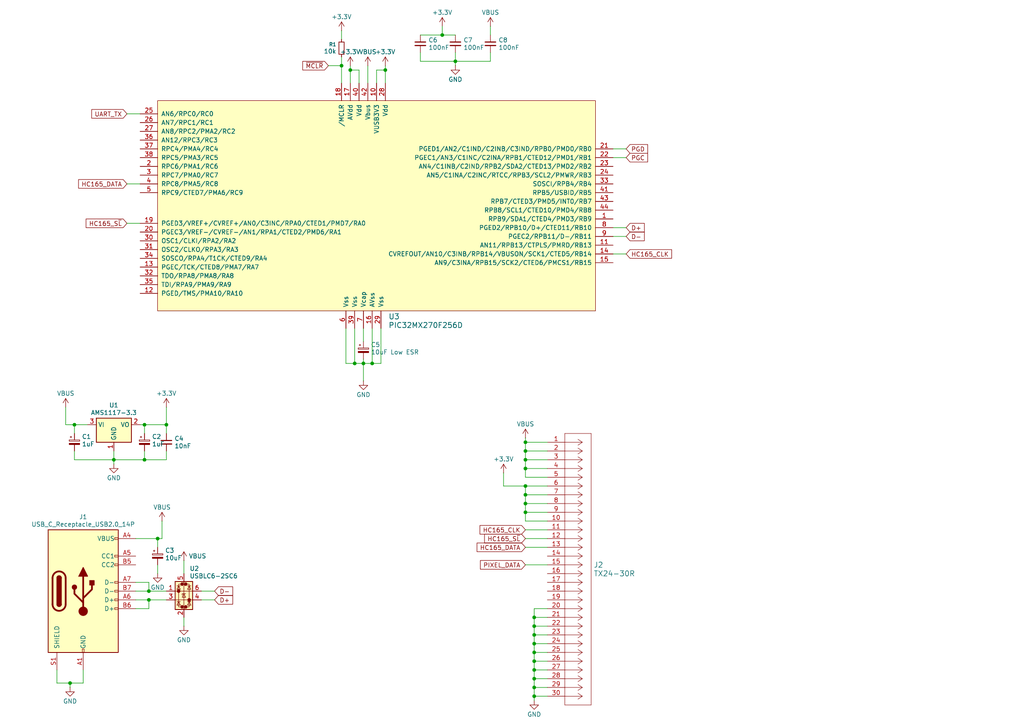
<source format=kicad_sch>
(kicad_sch (version 20250114) (generator "eeschema") (generator_version "9.0")
  (paper "A4")
  (title_block (title "FrznChess MCU Board") (date "2025-08-01") (rev "v0.1") (comment 1 "A.M. Rowsell"))
  (lib_symbols
    (symbol "Connector:USB_C_Receptacle_USB2.0_14P" (pin_names (offset 1.016))
      (property "Reference" "J" (at 0 22.225 0))
      (property "Value" "USB_C_Receptacle_USB2.0_14P" (at 0 19.685 0))
      (symbol "USB_C_Receptacle_USB2.0_14P_0_0"
        (rectangle (start -0.254 -17.78) (end 0.254 -16.764))
        (rectangle (start 10.16 15.494) (end 9.144 14.986))
        (rectangle (start 10.16 10.414) (end 9.144 9.906))
        (rectangle (start 10.16 7.874) (end 9.144 7.366))
        (rectangle (start 10.16 2.794) (end 9.144 2.286))
        (rectangle (start 10.16 0.254) (end 9.144 -0.254))
        (rectangle (start 10.16 -2.286) (end 9.144 -2.794))
        (rectangle (start 10.16 -4.826) (end 9.144 -5.334))
      )
      (symbol "USB_C_Receptacle_USB2.0_14P_0_1"
        (rectangle (start -10.16 17.78) (end 10.16 -17.78) (stroke (width 0.254)) (fill (type background)))
        (polyline (pts (xy -8.89 -3.81) (xy -8.89 3.81)) (stroke (width 0.508)))
        (rectangle (start -7.62 -3.81) (end -6.35 3.81) (stroke (width 0.254)) (fill (type outline)))
        (arc (start -7.62 3.81) (mid -6.985 4.4423) (end -6.35 3.81) (stroke (width 0.254)))
        (arc (start -7.62 3.81) (mid -6.985 4.4423) (end -6.35 3.81) (stroke (width 0.254)) (fill (type outline)))
        (arc (start -8.89 3.81) (mid -6.985 5.7067) (end -5.08 3.81) (stroke (width 0.508)))
        (arc (start -5.08 -3.81) (mid -6.985 -5.7067) (end -8.89 -3.81) (stroke (width 0.508)))
        (arc (start -6.35 -3.81) (mid -6.985 -4.4423) (end -7.62 -3.81) (stroke (width 0.254)))
        (arc (start -6.35 -3.81) (mid -6.985 -4.4423) (end -7.62 -3.81) (stroke (width 0.254)) (fill (type outline)))
        (polyline (pts (xy -5.08 3.81) (xy -5.08 -3.81)) (stroke (width 0.508)))
        (circle (center -2.54 1.143) (radius 0.635) (stroke (width 0.254)) (fill (type outline)))
        (polyline (pts (xy -1.27 4.318) (xy 0 6.858) (xy 1.27 4.318) (xy -1.27 4.318)) (stroke (width 0.254)) (fill (type outline)))
        (polyline (pts (xy 0 -2.032) (xy 2.54 0.508) (xy 2.54 1.778)) (stroke (width 0.508)))
        (polyline (pts (xy 0 -3.302) (xy -2.54 -0.762) (xy -2.54 0.508)) (stroke (width 0.508)))
        (polyline (pts (xy 0 -5.842) (xy 0 4.318)) (stroke (width 0.508)))
        (circle (center 0 -5.842) (radius 1.27) (fill (type outline)))
        (rectangle (start 1.905 1.778) (end 3.175 3.048) (stroke (width 0.254)) (fill (type outline)))
      )
      (symbol "USB_C_Receptacle_USB2.0_14P_1_1"
        (pin passive line (at -7.62 -22.86 90) (length 5.08) (name "SHIELD") (number "S1"))
        (pin passive line (at 0 -22.86 90) (length 5.08) (name "GND") (number "A1"))
        (pin passive line (at 0 -22.86 90) (length 5.08) (hide yes) (name "GND") (number "A12"))
        (pin passive line (at 0 -22.86 90) (length 5.08) (hide yes) (name "GND") (number "B1"))
        (pin passive line (at 0 -22.86 90) (length 5.08) (hide yes) (name "GND") (number "B12"))
        (pin passive line (at 15.24 15.24 180) (length 5.08) (name "VBUS") (number "A4"))
        (pin passive line (at 15.24 15.24 180) (length 5.08) (hide yes) (name "VBUS") (number "A9"))
        (pin passive line (at 15.24 15.24 180) (length 5.08) (hide yes) (name "VBUS") (number "B4"))
        (pin passive line (at 15.24 15.24 180) (length 5.08) (hide yes) (name "VBUS") (number "B9"))
        (pin bidirectional line (at 15.24 10.16 180) (length 5.08) (name "CC1") (number "A5"))
        (pin bidirectional line (at 15.24 7.62 180) (length 5.08) (name "CC2") (number "B5"))
        (pin bidirectional line (at 15.24 2.54 180) (length 5.08) (name "D-") (number "A7"))
        (pin bidirectional line (at 15.24 0 180) (length 5.08) (name "D-") (number "B7"))
        (pin bidirectional line (at 15.24 -2.54 180) (length 5.08) (name "D+") (number "A6"))
        (pin bidirectional line (at 15.24 -5.08 180) (length 5.08) (name "D+") (number "B6"))
      )
    )
    (symbol "Device:C_Polarized_Small" (pin_numbers (hide yes)) (pin_names (offset 0.254) (hide yes))
      (property "Reference" "C" (at 0.254 1.778 0))
      (property "Value" "C_Polarized_Small" (at 0.254 -2.032 0))
      (symbol "C_Polarized_Small_0_1"
        (rectangle (start -1.524 0.6858) (end 1.524 0.3048))
        (rectangle (start -1.524 -0.3048) (end 1.524 -0.6858) (fill (type outline)))
        (polyline (pts (xy -1.27 1.524) (xy -0.762 1.524)))
        (polyline (pts (xy -1.016 1.27) (xy -1.016 1.778)))
      )
      (symbol "C_Polarized_Small_1_1"
        (pin passive line (at 0 2.54 270) (length 1.8542) (name "~") (number "1"))
        (pin passive line (at 0 -2.54 90) (length 1.8542) (name "~") (number "2"))
      )
    )
    (symbol "Device:C_Small" (pin_numbers (hide yes)) (pin_names (offset 0.254) (hide yes))
      (property "Reference" "C" (at 0.254 1.778 0))
      (property "Value" "C_Small" (at 0.254 -2.032 0))
      (symbol "C_Small_0_1"
        (polyline (pts (xy -1.524 0.508) (xy 1.524 0.508)) (stroke (width 0.3048)))
        (polyline (pts (xy -1.524 -0.508) (xy 1.524 -0.508)) (stroke (width 0.3302)))
      )
      (symbol "C_Small_1_1"
        (pin passive line (at 0 2.54 270) (length 2.032) (name "~") (number "1"))
        (pin passive line (at 0 -2.54 90) (length 2.032) (name "~") (number "2"))
      )
    )
    (symbol "Device:R_Small" (pin_numbers (hide yes)) (pin_names (offset 0.254) (hide yes))
      (property "Reference" "R" (at 0 0 90))
      (property "Value" "R_Small" (at 1.778 0 90))
      (symbol "R_Small_0_1"
        (rectangle (start -0.762 1.778) (end 0.762 -1.778) (stroke (width 0.2032)))
      )
      (symbol "R_Small_1_1"
        (pin passive line (at 0 2.54 270) (length 0.762) (name "~") (number "1"))
        (pin passive line (at 0 -2.54 90) (length 0.762) (name "~") (number "2"))
      )
    )
    (symbol "Power_Protection:USBLC6-2SC6" (pin_names (hide yes))
      (property "Reference" "U" (at 0.635 5.715 0))
      (property "Value" "USBLC6-2SC6" (at 0.635 3.81 0))
      (symbol "USBLC6-2SC6_0_0"
        (circle (center -1.524 0) (radius 0.0001) (stroke (width 0.508)))
        (circle (center -0.508 2.032) (radius 0.0001) (stroke (width 0.508)))
        (circle (center -0.508 -4.572) (radius 0.0001) (stroke (width 0.508)))
        (circle (center 0.508 2.032) (radius 0.0001) (stroke (width 0.508)))
        (circle (center 0.508 -4.572) (radius 0.0001) (stroke (width 0.508)))
        (circle (center 1.524 -2.54) (radius 0.0001) (stroke (width 0.508)))
      )
      (symbol "USBLC6-2SC6_0_1"
        (polyline (pts (xy -2.54 0) (xy 2.54 0)))
        (polyline (pts (xy -2.54 -2.54) (xy 2.54 -2.54)))
        (polyline (pts (xy -2.032 0.508) (xy -1.016 0.508) (xy -1.524 1.524) (xy -2.032 0.508)))
        (polyline (pts (xy -2.032 -3.048) (xy -1.016 -3.048)))
        (polyline (pts (xy -1.016 1.524) (xy -2.032 1.524)))
        (polyline (pts (xy -1.016 -4.064) (xy -2.032 -4.064) (xy -1.524 -3.048) (xy -1.016 -4.064)))
        (polyline (pts (xy -0.508 -1.143) (xy -0.508 -0.762) (xy 0.508 -0.762)))
        (polyline (pts (xy 0 2.54) (xy -0.508 2.032) (xy 0.508 2.032) (xy 0 1.524) (xy 0 -4.064) (xy -0.508 -4.572) (xy 0.508 -4.572) (xy 0 -5.08)))
        (polyline (pts (xy 0.508 -1.778) (xy -0.508 -1.778) (xy 0 -0.762) (xy 0.508 -1.778)))
        (polyline (pts (xy 1.016 1.524) (xy 2.032 1.524)))
        (polyline (pts (xy 1.016 -3.048) (xy 2.032 -3.048)))
        (polyline (pts (xy 2.032 0.508) (xy 1.016 0.508) (xy 1.524 1.524) (xy 2.032 0.508)))
        (polyline (pts (xy 2.032 -4.064) (xy 1.016 -4.064) (xy 1.524 -3.048) (xy 2.032 -4.064)))
      )
      (symbol "USBLC6-2SC6_1_1"
        (rectangle (start -2.54 2.794) (end 2.54 -5.334) (stroke (width 0.254)) (fill (type background)))
        (polyline (pts (xy -0.508 2.032) (xy -1.524 2.032) (xy -1.524 -4.572) (xy -0.508 -4.572)))
        (polyline (pts (xy 0.508 -4.572) (xy 1.524 -4.572) (xy 1.524 2.032) (xy 0.508 2.032)))
        (pin passive line (at -5.08 0 0) (length 2.54) (name "I/O1") (number "1"))
        (pin passive line (at -5.08 -2.54 0) (length 2.54) (name "I/O2") (number "3"))
        (pin passive line (at 0 5.08 270) (length 2.54) (name "VBUS") (number "5"))
        (pin passive line (at 0 -7.62 90) (length 2.54) (name "GND") (number "2"))
        (pin passive line (at 5.08 0 180) (length 2.54) (name "I/O1") (number "6"))
        (pin passive line (at 5.08 -2.54 180) (length 2.54) (name "I/O2") (number "4"))
      )
    )
    (symbol "Regulator_Linear:AMS1117-3.3"
      (property "Reference" "U" (at -3.81 3.175 0))
      (property "Value" "AMS1117-3.3" (at 0 3.175 0))
      (symbol "AMS1117-3.3_0_1"
        (rectangle (start -5.08 -5.08) (end 5.08 1.905) (stroke (width 0.254)) (fill (type background)))
      )
      (symbol "AMS1117-3.3_1_1"
        (pin power_in line (at -7.62 0 0) (length 2.54) (name "VI") (number "3"))
        (pin power_in line (at 0 -7.62 90) (length 2.54) (name "GND") (number "1"))
        (pin power_out line (at 7.62 0 180) (length 2.54) (name "VO") (number "2"))
      )
    )
    (symbol "maxlib:PIC32MX270F256D" (pin_names (offset 1.016))
      (property "Reference" "U" (at -62.23 -31.75 0))
      (property "Value" "PIC32MX270F256D" (at 52.07 -31.75 0))
      (symbol "PIC32MX270F256D_0_1"
        (rectangle (start -63.5 30.48) (end 63.5 -30.48) (fill (type background)))
      )
      (symbol "PIC32MX270F256D_1_1"
        (pin bidirectional line (at -68.58 26.67 0) (length 5.08) (name "AN6/RPC0/RC0") (number "25"))
        (pin bidirectional line (at -68.58 24.13 0) (length 5.08) (name "AN7/RPC1/RC1") (number "26"))
        (pin bidirectional line (at -68.58 21.59 0) (length 5.08) (name "AN8/RPC2/PMA2/RC2") (number "27"))
        (pin bidirectional line (at -68.58 19.05 0) (length 5.08) (name "AN12/RPC3/RC3") (number "36"))
        (pin bidirectional line (at -68.58 16.51 0) (length 5.08) (name "RPC4/PMA4/RC4") (number "37"))
        (pin bidirectional line (at -68.58 13.97 0) (length 5.08) (name "RPC5/PMA3/RC5") (number "38"))
        (pin bidirectional line (at -68.58 11.43 0) (length 5.08) (name "RPC6/PMA1/RC6") (number "2"))
        (pin bidirectional line (at -68.58 8.89 0) (length 5.08) (name "RPC7/PMA0/RC7") (number "3"))
        (pin bidirectional line (at -68.58 6.35 0) (length 5.08) (name "RPC8/PMA5/RC8") (number "4"))
        (pin bidirectional line (at -68.58 3.81 0) (length 5.08) (name "RPC9/CTED7/PMA6/RC9") (number "5"))
        (pin bidirectional line (at -68.58 -5.08 0) (length 5.08) (name "PGED3/VREF+/CVREF+/AN0/C3INC/RPA0/CTED1/PMD7/RA0") (number "19"))
        (pin bidirectional line (at -68.58 -7.62 0) (length 5.08) (name "PGEC3/VREF-/CVREF-/AN1/RPA1/CTED2/PMD6/RA1") (number "20"))
        (pin bidirectional line (at -68.58 -10.16 0) (length 5.08) (name "OSC1/CLKI/RPA2/RA2") (number "30"))
        (pin bidirectional line (at -68.58 -12.7 0) (length 5.08) (name "OSC2/CLKO/RPA3/RA3") (number "31"))
        (pin bidirectional line (at -68.58 -15.24 0) (length 5.08) (name "SOSCO/RPA4/T1CK/CTED9/RA4") (number "34"))
        (pin bidirectional line (at -68.58 -17.78 0) (length 5.08) (name "PGEC/TCK/CTED8/PMA7/RA7") (number "13"))
        (pin bidirectional line (at -68.58 -20.32 0) (length 5.08) (name "TDO/RPA8/PMA8/RA8") (number "32"))
        (pin bidirectional line (at -68.58 -22.86 0) (length 5.08) (name "TDI/RPA9/PMA9/RA9") (number "35"))
        (pin bidirectional line (at -68.58 -25.4 0) (length 5.08) (name "PGED/TMS/PMA10/RA10") (number "12"))
        (pin input line (at -10.16 35.56 270) (length 5.08) (name "/MCLR") (number "18"))
        (pin power_in line (at -8.89 -35.56 90) (length 5.08) (name "Vss") (number "6"))
        (pin power_in line (at -7.62 35.56 270) (length 5.08) (name "AVdd") (number "17"))
        (pin bidirectional line (at -6.35 -35.56 90) (length 5.08) (name "Vss") (number "39"))
        (pin bidirectional line (at -5.08 35.56 270) (length 5.08) (name "Vdd") (number "40"))
        (pin power_out line (at -3.81 -35.56 90) (length 5.08) (name "Vcap") (number "7"))
        (pin bidirectional line (at -2.54 35.56 270) (length 5.08) (name "Vbus") (number "42"))
        (pin power_in line (at -1.27 -35.56 90) (length 5.08) (name "AVss") (number "16"))
        (pin power_in line (at 0 35.56 270) (length 5.08) (name "VUSB3V3") (number "10"))
        (pin bidirectional line (at 1.27 -35.56 90) (length 5.08) (name "Vss") (number "29"))
        (pin bidirectional line (at 2.54 35.56 270) (length 5.08) (name "Vdd") (number "28"))
        (pin bidirectional line (at 68.58 16.51 180) (length 5.08) (name "PGED1/AN2/C1IND/C2INB/C3IND/RPB0/PMD0/RB0") (number "21"))
        (pin bidirectional line (at 68.58 13.97 180) (length 5.08) (name "PGEC1/AN3/C1INC/C2INA/RPB1/CTED12/PMD1/RB1") (number "22"))
        (pin bidirectional line (at 68.58 11.43 180) (length 5.08) (name "AN4/C1INB/C2IND/RPB2/SDA2/CTED13/PMD2/RB2") (number "23"))
        (pin bidirectional line (at 68.58 8.89 180) (length 5.08) (name "AN5/C1INA/C2INC/RTCC/RPB3/SCL2/PMWR/RB3") (number "24"))
        (pin bidirectional line (at 68.58 6.35 180) (length 5.08) (name "SOSCI/RPB4/RB4") (number "33"))
        (pin bidirectional line (at 68.58 3.81 180) (length 5.08) (name "RPB5/USBID/RB5") (number "41"))
        (pin bidirectional line (at 68.58 1.27 180) (length 5.08) (name "RPB7/CTED3/PMD5/INT0/RB7") (number "43"))
        (pin bidirectional line (at 68.58 -1.27 180) (length 5.08) (name "RPB8/SCL1/CTED10/PMD4/RB8") (number "44"))
        (pin bidirectional line (at 68.58 -3.81 180) (length 5.08) (name "RPB9/SDA1/CTED4/PMD3/RB9") (number "1"))
        (pin bidirectional line (at 68.58 -6.35 180) (length 5.08) (name "PGED2/RPB10/D+/CTED11/RB10") (number "8"))
        (pin bidirectional line (at 68.58 -8.89 180) (length 5.08) (name "PGEC2/RPB11/D-/RB11") (number "9"))
        (pin bidirectional line (at 68.58 -11.43 180) (length 5.08) (name "AN11/RPB13/CTPLS/PMRD/RB13") (number "11"))
        (pin bidirectional line (at 68.58 -13.97 180) (length 5.08) (name "CVREFOUT/AN10/C3INB/RPB14/VBUSON/SCK1/CTED5/RB14") (number "14"))
        (pin bidirectional line (at 68.58 -16.51 180) (length 5.08) (name "AN9/C3INA/RPB15/SCK2/CTED6/PMCS1/RB15") (number "15"))
      )
    )
    (symbol "maxlib:TX24-30R-12ST-N1E" (pin_names (offset 0.254) (hide yes))
      (property "Reference" "J" (at 6.096 3.556 0))
      (property "Value" "TX24-30R" (at 0 10.414 0))
      (symbol "TX24-30R-12ST-N1E_1_1"
        (polyline (pts (xy 5.08 2.54) (xy 5.08 -76.2)) (stroke (width 0.127)))
        (polyline (pts (xy 5.08 -76.2) (xy 12.7 -76.2)) (stroke (width 0.127)))
        (polyline (pts (xy 10.16 0) (xy 5.08 0)) (stroke (width 0.127)))
        (polyline (pts (xy 10.16 0) (xy 8.89 0.8467)) (stroke (width 0.127)))
        (polyline (pts (xy 10.16 0) (xy 8.89 -0.8467)) (stroke (width 0.127)))
        (polyline (pts (xy 10.16 -2.54) (xy 5.08 -2.54)) (stroke (width 0.127)))
        (polyline (pts (xy 10.16 -2.54) (xy 8.89 -1.6933)) (stroke (width 0.127)))
        (polyline (pts (xy 10.16 -2.54) (xy 8.89 -3.3867)) (stroke (width 0.127)))
        (polyline (pts (xy 10.16 -5.08) (xy 5.08 -5.08)) (stroke (width 0.127)))
        (polyline (pts (xy 10.16 -5.08) (xy 8.89 -4.2333)) (stroke (width 0.127)))
        (polyline (pts (xy 10.16 -5.08) (xy 8.89 -5.9267)) (stroke (width 0.127)))
        (polyline (pts (xy 10.16 -7.62) (xy 5.08 -7.62)) (stroke (width 0.127)))
        (polyline (pts (xy 10.16 -7.62) (xy 8.89 -6.7733)) (stroke (width 0.127)))
        (polyline (pts (xy 10.16 -7.62) (xy 8.89 -8.4667)) (stroke (width 0.127)))
        (polyline (pts (xy 10.16 -10.16) (xy 5.08 -10.16)) (stroke (width 0.127)))
        (polyline (pts (xy 10.16 -10.16) (xy 8.89 -9.3133)) (stroke (width 0.127)))
        (polyline (pts (xy 10.16 -10.16) (xy 8.89 -11.0067)) (stroke (width 0.127)))
        (polyline (pts (xy 10.16 -12.7) (xy 5.08 -12.7)) (stroke (width 0.127)))
        (polyline (pts (xy 10.16 -12.7) (xy 8.89 -11.8533)) (stroke (width 0.127)))
        (polyline (pts (xy 10.16 -12.7) (xy 8.89 -13.5467)) (stroke (width 0.127)))
        (polyline (pts (xy 10.16 -15.24) (xy 5.08 -15.24)) (stroke (width 0.127)))
        (polyline (pts (xy 10.16 -15.24) (xy 8.89 -14.3933)) (stroke (width 0.127)))
        (polyline (pts (xy 10.16 -15.24) (xy 8.89 -16.0867)) (stroke (width 0.127)))
        (polyline (pts (xy 10.16 -17.78) (xy 5.08 -17.78)) (stroke (width 0.127)))
        (polyline (pts (xy 10.16 -17.78) (xy 8.89 -16.9333)) (stroke (width 0.127)))
        (polyline (pts (xy 10.16 -17.78) (xy 8.89 -18.6267)) (stroke (width 0.127)))
        (polyline (pts (xy 10.16 -20.32) (xy 5.08 -20.32)) (stroke (width 0.127)))
        (polyline (pts (xy 10.16 -20.32) (xy 8.89 -19.4733)) (stroke (width 0.127)))
        (polyline (pts (xy 10.16 -20.32) (xy 8.89 -21.1667)) (stroke (width 0.127)))
        (polyline (pts (xy 10.16 -22.86) (xy 5.08 -22.86)) (stroke (width 0.127)))
        (polyline (pts (xy 10.16 -22.86) (xy 8.89 -22.0133)) (stroke (width 0.127)))
        (polyline (pts (xy 10.16 -22.86) (xy 8.89 -23.7067)) (stroke (width 0.127)))
        (polyline (pts (xy 10.16 -25.4) (xy 5.08 -25.4)) (stroke (width 0.127)))
        (polyline (pts (xy 10.16 -25.4) (xy 8.89 -24.5533)) (stroke (width 0.127)))
        (polyline (pts (xy 10.16 -25.4) (xy 8.89 -26.2467)) (stroke (width 0.127)))
        (polyline (pts (xy 10.16 -27.94) (xy 5.08 -27.94)) (stroke (width 0.127)))
        (polyline (pts (xy 10.16 -27.94) (xy 8.89 -27.0933)) (stroke (width 0.127)))
        (polyline (pts (xy 10.16 -27.94) (xy 8.89 -28.7867)) (stroke (width 0.127)))
        (polyline (pts (xy 10.16 -30.48) (xy 5.08 -30.48)) (stroke (width 0.127)))
        (polyline (pts (xy 10.16 -30.48) (xy 8.89 -29.6333)) (stroke (width 0.127)))
        (polyline (pts (xy 10.16 -30.48) (xy 8.89 -31.3267)) (stroke (width 0.127)))
        (polyline (pts (xy 10.16 -33.02) (xy 5.08 -33.02)) (stroke (width 0.127)))
        (polyline (pts (xy 10.16 -33.02) (xy 8.89 -32.1733)) (stroke (width 0.127)))
        (polyline (pts (xy 10.16 -33.02) (xy 8.89 -33.8667)) (stroke (width 0.127)))
        (polyline (pts (xy 10.16 -35.56) (xy 5.08 -35.56)) (stroke (width 0.127)))
        (polyline (pts (xy 10.16 -35.56) (xy 8.89 -34.7133)) (stroke (width 0.127)))
        (polyline (pts (xy 10.16 -35.56) (xy 8.89 -36.4067)) (stroke (width 0.127)))
        (polyline (pts (xy 10.16 -38.1) (xy 5.08 -38.1)) (stroke (width 0.127)))
        (polyline (pts (xy 10.16 -38.1) (xy 8.89 -37.2533)) (stroke (width 0.127)))
        (polyline (pts (xy 10.16 -38.1) (xy 8.89 -38.9467)) (stroke (width 0.127)))
        (polyline (pts (xy 10.16 -40.64) (xy 5.08 -40.64)) (stroke (width 0.127)))
        (polyline (pts (xy 10.16 -40.64) (xy 8.89 -39.7933)) (stroke (width 0.127)))
        (polyline (pts (xy 10.16 -40.64) (xy 8.89 -41.4867)) (stroke (width 0.127)))
        (polyline (pts (xy 10.16 -43.18) (xy 5.08 -43.18)) (stroke (width 0.127)))
        (polyline (pts (xy 10.16 -43.18) (xy 8.89 -42.3333)) (stroke (width 0.127)))
        (polyline (pts (xy 10.16 -43.18) (xy 8.89 -44.0267)) (stroke (width 0.127)))
        (polyline (pts (xy 10.16 -45.72) (xy 5.08 -45.72)) (stroke (width 0.127)))
        (polyline (pts (xy 10.16 -45.72) (xy 8.89 -44.8733)) (stroke (width 0.127)))
        (polyline (pts (xy 10.16 -45.72) (xy 8.89 -46.5667)) (stroke (width 0.127)))
        (polyline (pts (xy 10.16 -48.26) (xy 5.08 -48.26)) (stroke (width 0.127)))
        (polyline (pts (xy 10.16 -48.26) (xy 8.89 -47.4133)) (stroke (width 0.127)))
        (polyline (pts (xy 10.16 -48.26) (xy 8.89 -49.1067)) (stroke (width 0.127)))
        (polyline (pts (xy 10.16 -50.8) (xy 5.08 -50.8)) (stroke (width 0.127)))
        (polyline (pts (xy 10.16 -50.8) (xy 8.89 -49.9533)) (stroke (width 0.127)))
        (polyline (pts (xy 10.16 -50.8) (xy 8.89 -51.6467)) (stroke (width 0.127)))
        (polyline (pts (xy 10.16 -53.34) (xy 5.08 -53.34)) (stroke (width 0.127)))
        (polyline (pts (xy 10.16 -53.34) (xy 8.89 -52.4933)) (stroke (width 0.127)))
        (polyline (pts (xy 10.16 -53.34) (xy 8.89 -54.1867)) (stroke (width 0.127)))
        (polyline (pts (xy 10.16 -55.88) (xy 5.08 -55.88)) (stroke (width 0.127)))
        (polyline (pts (xy 10.16 -55.88) (xy 8.89 -55.0333)) (stroke (width 0.127)))
        (polyline (pts (xy 10.16 -55.88) (xy 8.89 -56.7267)) (stroke (width 0.127)))
        (polyline (pts (xy 10.16 -58.42) (xy 5.08 -58.42)) (stroke (width 0.127)))
        (polyline (pts (xy 10.16 -58.42) (xy 8.89 -57.5733)) (stroke (width 0.127)))
        (polyline (pts (xy 10.16 -58.42) (xy 8.89 -59.2667)) (stroke (width 0.127)))
        (polyline (pts (xy 10.16 -60.96) (xy 5.08 -60.96)) (stroke (width 0.127)))
        (polyline (pts (xy 10.16 -60.96) (xy 8.89 -60.1133)) (stroke (width 0.127)))
        (polyline (pts (xy 10.16 -60.96) (xy 8.89 -61.8067)) (stroke (width 0.127)))
        (polyline (pts (xy 10.16 -63.5) (xy 5.08 -63.5)) (stroke (width 0.127)))
        (polyline (pts (xy 10.16 -63.5) (xy 8.89 -62.6533)) (stroke (width 0.127)))
        (polyline (pts (xy 10.16 -63.5) (xy 8.89 -64.3467)) (stroke (width 0.127)))
        (polyline (pts (xy 10.16 -66.04) (xy 5.08 -66.04)) (stroke (width 0.127)))
        (polyline (pts (xy 10.16 -66.04) (xy 8.89 -65.1933)) (stroke (width 0.127)))
        (polyline (pts (xy 10.16 -66.04) (xy 8.89 -66.8867)) (stroke (width 0.127)))
        (polyline (pts (xy 10.16 -68.58) (xy 5.08 -68.58)) (stroke (width 0.127)))
        (polyline (pts (xy 10.16 -68.58) (xy 8.89 -67.7333)) (stroke (width 0.127)))
        (polyline (pts (xy 10.16 -68.58) (xy 8.89 -69.4267)) (stroke (width 0.127)))
        (polyline (pts (xy 10.16 -71.12) (xy 5.08 -71.12)) (stroke (width 0.127)))
        (polyline (pts (xy 10.16 -71.12) (xy 8.89 -70.2733)) (stroke (width 0.127)))
        (polyline (pts (xy 10.16 -71.12) (xy 8.89 -71.9667)) (stroke (width 0.127)))
        (polyline (pts (xy 10.16 -73.66) (xy 5.08 -73.66)) (stroke (width 0.127)))
        (polyline (pts (xy 10.16 -73.66) (xy 8.89 -72.8133)) (stroke (width 0.127)))
        (polyline (pts (xy 10.16 -73.66) (xy 8.89 -74.5067)) (stroke (width 0.127)))
        (polyline (pts (xy 12.7 2.54) (xy 5.08 2.54)) (stroke (width 0.127)))
        (polyline (pts (xy 12.7 -76.2) (xy 12.7 2.54)) (stroke (width 0.127)))
        (pin unspecified line (at 0 0 0) (length 5.08) (name "1") (number "1"))
        (pin unspecified line (at 0 -2.54 0) (length 5.08) (name "2") (number "2"))
        (pin unspecified line (at 0 -5.08 0) (length 5.08) (name "3") (number "3"))
        (pin unspecified line (at 0 -7.62 0) (length 5.08) (name "4") (number "4"))
        (pin unspecified line (at 0 -10.16 0) (length 5.08) (name "5") (number "5"))
        (pin unspecified line (at 0 -12.7 0) (length 5.08) (name "6") (number "6"))
        (pin unspecified line (at 0 -15.24 0) (length 5.08) (name "7") (number "7"))
        (pin unspecified line (at 0 -17.78 0) (length 5.08) (name "8") (number "8"))
        (pin unspecified line (at 0 -20.32 0) (length 5.08) (name "9") (number "9"))
        (pin unspecified line (at 0 -22.86 0) (length 5.08) (name "10") (number "10"))
        (pin unspecified line (at 0 -25.4 0) (length 5.08) (name "11") (number "11"))
        (pin unspecified line (at 0 -27.94 0) (length 5.08) (name "12") (number "12"))
        (pin unspecified line (at 0 -30.48 0) (length 5.08) (name "13") (number "13"))
        (pin unspecified line (at 0 -33.02 0) (length 5.08) (name "14") (number "14"))
        (pin unspecified line (at 0 -35.56 0) (length 5.08) (name "15") (number "15"))
        (pin unspecified line (at 0 -38.1 0) (length 5.08) (name "16") (number "16"))
        (pin unspecified line (at 0 -40.64 0) (length 5.08) (name "17") (number "17"))
        (pin unspecified line (at 0 -43.18 0) (length 5.08) (name "18") (number "18"))
        (pin unspecified line (at 0 -45.72 0) (length 5.08) (name "19") (number "19"))
        (pin unspecified line (at 0 -48.26 0) (length 5.08) (name "20") (number "20"))
        (pin unspecified line (at 0 -50.8 0) (length 5.08) (name "21") (number "21"))
        (pin unspecified line (at 0 -53.34 0) (length 5.08) (name "22") (number "22"))
        (pin unspecified line (at 0 -55.88 0) (length 5.08) (name "23") (number "23"))
        (pin unspecified line (at 0 -58.42 0) (length 5.08) (name "24") (number "24"))
        (pin unspecified line (at 0 -60.96 0) (length 5.08) (name "25") (number "25"))
        (pin unspecified line (at 0 -63.5 0) (length 5.08) (name "26") (number "26"))
        (pin unspecified line (at 0 -66.04 0) (length 5.08) (name "27") (number "27"))
        (pin unspecified line (at 0 -68.58 0) (length 5.08) (name "28") (number "28"))
        (pin unspecified line (at 0 -71.12 0) (length 5.08) (name "29") (number "29"))
        (pin unspecified line (at 0 -73.66 0) (length 5.08) (name "30") (number "30"))
      )
      (symbol "TX24-30R-12ST-N1E_1_2"
        (polyline (pts (xy 5.08 2.54) (xy 5.08 -76.2)) (stroke (width 0.127)))
        (polyline (pts (xy 5.08 -76.2) (xy 12.7 -76.2)) (stroke (width 0.127)))
        (polyline (pts (xy 7.62 0) (xy 5.08 0)) (stroke (width 0.127)))
        (polyline (pts (xy 7.62 0) (xy 8.89 0.8467)) (stroke (width 0.127)))
        (polyline (pts (xy 7.62 0) (xy 8.89 -0.8467)) (stroke (width 0.127)))
        (polyline (pts (xy 7.62 -2.54) (xy 5.08 -2.54)) (stroke (width 0.127)))
        (polyline (pts (xy 7.62 -2.54) (xy 8.89 -1.6933)) (stroke (width 0.127)))
        (polyline (pts (xy 7.62 -2.54) (xy 8.89 -3.3867)) (stroke (width 0.127)))
        (polyline (pts (xy 7.62 -5.08) (xy 5.08 -5.08)) (stroke (width 0.127)))
        (polyline (pts (xy 7.62 -5.08) (xy 8.89 -4.2333)) (stroke (width 0.127)))
        (polyline (pts (xy 7.62 -5.08) (xy 8.89 -5.9267)) (stroke (width 0.127)))
        (polyline (pts (xy 7.62 -7.62) (xy 5.08 -7.62)) (stroke (width 0.127)))
        (polyline (pts (xy 7.62 -7.62) (xy 8.89 -6.7733)) (stroke (width 0.127)))
        (polyline (pts (xy 7.62 -7.62) (xy 8.89 -8.4667)) (stroke (width 0.127)))
        (polyline (pts (xy 7.62 -10.16) (xy 5.08 -10.16)) (stroke (width 0.127)))
        (polyline (pts (xy 7.62 -10.16) (xy 8.89 -9.3133)) (stroke (width 0.127)))
        (polyline (pts (xy 7.62 -10.16) (xy 8.89 -11.0067)) (stroke (width 0.127)))
        (polyline (pts (xy 7.62 -12.7) (xy 5.08 -12.7)) (stroke (width 0.127)))
        (polyline (pts (xy 7.62 -12.7) (xy 8.89 -11.8533)) (stroke (width 0.127)))
        (polyline (pts (xy 7.62 -12.7) (xy 8.89 -13.5467)) (stroke (width 0.127)))
        (polyline (pts (xy 7.62 -15.24) (xy 5.08 -15.24)) (stroke (width 0.127)))
        (polyline (pts (xy 7.62 -15.24) (xy 8.89 -14.3933)) (stroke (width 0.127)))
        (polyline (pts (xy 7.62 -15.24) (xy 8.89 -16.0867)) (stroke (width 0.127)))
        (polyline (pts (xy 7.62 -17.78) (xy 5.08 -17.78)) (stroke (width 0.127)))
        (polyline (pts (xy 7.62 -17.78) (xy 8.89 -16.9333)) (stroke (width 0.127)))
        (polyline (pts (xy 7.62 -17.78) (xy 8.89 -18.6267)) (stroke (width 0.127)))
        (polyline (pts (xy 7.62 -20.32) (xy 5.08 -20.32)) (stroke (width 0.127)))
        (polyline (pts (xy 7.62 -20.32) (xy 8.89 -19.4733)) (stroke (width 0.127)))
        (polyline (pts (xy 7.62 -20.32) (xy 8.89 -21.1667)) (stroke (width 0.127)))
        (polyline (pts (xy 7.62 -22.86) (xy 5.08 -22.86)) (stroke (width 0.127)))
        (polyline (pts (xy 7.62 -22.86) (xy 8.89 -22.0133)) (stroke (width 0.127)))
        (polyline (pts (xy 7.62 -22.86) (xy 8.89 -23.7067)) (stroke (width 0.127)))
        (polyline (pts (xy 7.62 -25.4) (xy 5.08 -25.4)) (stroke (width 0.127)))
        (polyline (pts (xy 7.62 -25.4) (xy 8.89 -24.5533)) (stroke (width 0.127)))
        (polyline (pts (xy 7.62 -25.4) (xy 8.89 -26.2467)) (stroke (width 0.127)))
        (polyline (pts (xy 7.62 -27.94) (xy 5.08 -27.94)) (stroke (width 0.127)))
        (polyline (pts (xy 7.62 -27.94) (xy 8.89 -27.0933)) (stroke (width 0.127)))
        (polyline (pts (xy 7.62 -27.94) (xy 8.89 -28.7867)) (stroke (width 0.127)))
        (polyline (pts (xy 7.62 -30.48) (xy 5.08 -30.48)) (stroke (width 0.127)))
        (polyline (pts (xy 7.62 -30.48) (xy 8.89 -29.6333)) (stroke (width 0.127)))
        (polyline (pts (xy 7.62 -30.48) (xy 8.89 -31.3267)) (stroke (width 0.127)))
        (polyline (pts (xy 7.62 -33.02) (xy 5.08 -33.02)) (stroke (width 0.127)))
        (polyline (pts (xy 7.62 -33.02) (xy 8.89 -32.1733)) (stroke (width 0.127)))
        (polyline (pts (xy 7.62 -33.02) (xy 8.89 -33.8667)) (stroke (width 0.127)))
        (polyline (pts (xy 7.62 -35.56) (xy 5.08 -35.56)) (stroke (width 0.127)))
        (polyline (pts (xy 7.62 -35.56) (xy 8.89 -34.7133)) (stroke (width 0.127)))
        (polyline (pts (xy 7.62 -35.56) (xy 8.89 -36.4067)) (stroke (width 0.127)))
        (polyline (pts (xy 7.62 -38.1) (xy 5.08 -38.1)) (stroke (width 0.127)))
        (polyline (pts (xy 7.62 -38.1) (xy 8.89 -37.2533)) (stroke (width 0.127)))
        (polyline (pts (xy 7.62 -38.1) (xy 8.89 -38.9467)) (stroke (width 0.127)))
        (polyline (pts (xy 7.62 -40.64) (xy 5.08 -40.64)) (stroke (width 0.127)))
        (polyline (pts (xy 7.62 -40.64) (xy 8.89 -39.7933)) (stroke (width 0.127)))
        (polyline (pts (xy 7.62 -40.64) (xy 8.89 -41.4867)) (stroke (width 0.127)))
        (polyline (pts (xy 7.62 -43.18) (xy 5.08 -43.18)) (stroke (width 0.127)))
        (polyline (pts (xy 7.62 -43.18) (xy 8.89 -42.3333)) (stroke (width 0.127)))
        (polyline (pts (xy 7.62 -43.18) (xy 8.89 -44.0267)) (stroke (width 0.127)))
        (polyline (pts (xy 7.62 -45.72) (xy 5.08 -45.72)) (stroke (width 0.127)))
        (polyline (pts (xy 7.62 -45.72) (xy 8.89 -44.8733)) (stroke (width 0.127)))
        (polyline (pts (xy 7.62 -45.72) (xy 8.89 -46.5667)) (stroke (width 0.127)))
        (polyline (pts (xy 7.62 -48.26) (xy 5.08 -48.26)) (stroke (width 0.127)))
        (polyline (pts (xy 7.62 -48.26) (xy 8.89 -47.4133)) (stroke (width 0.127)))
        (polyline (pts (xy 7.62 -48.26) (xy 8.89 -49.1067)) (stroke (width 0.127)))
        (polyline (pts (xy 7.62 -50.8) (xy 5.08 -50.8)) (stroke (width 0.127)))
        (polyline (pts (xy 7.62 -50.8) (xy 8.89 -49.9533)) (stroke (width 0.127)))
        (polyline (pts (xy 7.62 -50.8) (xy 8.89 -51.6467)) (stroke (width 0.127)))
        (polyline (pts (xy 7.62 -53.34) (xy 5.08 -53.34)) (stroke (width 0.127)))
        (polyline (pts (xy 7.62 -53.34) (xy 8.89 -52.4933)) (stroke (width 0.127)))
        (polyline (pts (xy 7.62 -53.34) (xy 8.89 -54.1867)) (stroke (width 0.127)))
        (polyline (pts (xy 7.62 -55.88) (xy 5.08 -55.88)) (stroke (width 0.127)))
        (polyline (pts (xy 7.62 -55.88) (xy 8.89 -55.0333)) (stroke (width 0.127)))
        (polyline (pts (xy 7.62 -55.88) (xy 8.89 -56.7267)) (stroke (width 0.127)))
        (polyline (pts (xy 7.62 -58.42) (xy 5.08 -58.42)) (stroke (width 0.127)))
        (polyline (pts (xy 7.62 -58.42) (xy 8.89 -57.5733)) (stroke (width 0.127)))
        (polyline (pts (xy 7.62 -58.42) (xy 8.89 -59.2667)) (stroke (width 0.127)))
        (polyline (pts (xy 7.62 -60.96) (xy 5.08 -60.96)) (stroke (width 0.127)))
        (polyline (pts (xy 7.62 -60.96) (xy 8.89 -60.1133)) (stroke (width 0.127)))
        (polyline (pts (xy 7.62 -60.96) (xy 8.89 -61.8067)) (stroke (width 0.127)))
        (polyline (pts (xy 7.62 -63.5) (xy 5.08 -63.5)) (stroke (width 0.127)))
        (polyline (pts (xy 7.62 -63.5) (xy 8.89 -62.6533)) (stroke (width 0.127)))
        (polyline (pts (xy 7.62 -63.5) (xy 8.89 -64.3467)) (stroke (width 0.127)))
        (polyline (pts (xy 7.62 -66.04) (xy 5.08 -66.04)) (stroke (width 0.127)))
        (polyline (pts (xy 7.62 -66.04) (xy 8.89 -65.1933)) (stroke (width 0.127)))
        (polyline (pts (xy 7.62 -66.04) (xy 8.89 -66.8867)) (stroke (width 0.127)))
        (polyline (pts (xy 7.62 -68.58) (xy 5.08 -68.58)) (stroke (width 0.127)))
        (polyline (pts (xy 7.62 -68.58) (xy 8.89 -67.7333)) (stroke (width 0.127)))
        (polyline (pts (xy 7.62 -68.58) (xy 8.89 -69.4267)) (stroke (width 0.127)))
        (polyline (pts (xy 7.62 -71.12) (xy 5.08 -71.12)) (stroke (width 0.127)))
        (polyline (pts (xy 7.62 -71.12) (xy 8.89 -70.2733)) (stroke (width 0.127)))
        (polyline (pts (xy 7.62 -71.12) (xy 8.89 -71.9667)) (stroke (width 0.127)))
        (polyline (pts (xy 7.62 -73.66) (xy 5.08 -73.66)) (stroke (width 0.127)))
        (polyline (pts (xy 7.62 -73.66) (xy 8.89 -72.8133)) (stroke (width 0.127)))
        (polyline (pts (xy 7.62 -73.66) (xy 8.89 -74.5067)) (stroke (width 0.127)))
        (polyline (pts (xy 12.7 2.54) (xy 5.08 2.54)) (stroke (width 0.127)))
        (polyline (pts (xy 12.7 -76.2) (xy 12.7 2.54)) (stroke (width 0.127)))
        (pin unspecified line (at 0 0 0) (length 5.08) (name "1") (number "1"))
        (pin unspecified line (at 0 -2.54 0) (length 5.08) (name "2") (number "2"))
        (pin unspecified line (at 0 -5.08 0) (length 5.08) (name "3") (number "3"))
        (pin unspecified line (at 0 -7.62 0) (length 5.08) (name "4") (number "4"))
        (pin unspecified line (at 0 -10.16 0) (length 5.08) (name "5") (number "5"))
        (pin unspecified line (at 0 -12.7 0) (length 5.08) (name "6") (number "6"))
        (pin unspecified line (at 0 -15.24 0) (length 5.08) (name "7") (number "7"))
        (pin unspecified line (at 0 -17.78 0) (length 5.08) (name "8") (number "8"))
        (pin unspecified line (at 0 -20.32 0) (length 5.08) (name "9") (number "9"))
        (pin unspecified line (at 0 -22.86 0) (length 5.08) (name "10") (number "10"))
        (pin unspecified line (at 0 -25.4 0) (length 5.08) (name "11") (number "11"))
        (pin unspecified line (at 0 -27.94 0) (length 5.08) (name "12") (number "12"))
        (pin unspecified line (at 0 -30.48 0) (length 5.08) (name "13") (number "13"))
        (pin unspecified line (at 0 -33.02 0) (length 5.08) (name "14") (number "14"))
        (pin unspecified line (at 0 -35.56 0) (length 5.08) (name "15") (number "15"))
        (pin unspecified line (at 0 -38.1 0) (length 5.08) (name "16") (number "16"))
        (pin unspecified line (at 0 -40.64 0) (length 5.08) (name "17") (number "17"))
        (pin unspecified line (at 0 -43.18 0) (length 5.08) (name "18") (number "18"))
        (pin unspecified line (at 0 -45.72 0) (length 5.08) (name "19") (number "19"))
        (pin unspecified line (at 0 -48.26 0) (length 5.08) (name "20") (number "20"))
        (pin unspecified line (at 0 -50.8 0) (length 5.08) (name "21") (number "21"))
        (pin unspecified line (at 0 -53.34 0) (length 5.08) (name "22") (number "22"))
        (pin unspecified line (at 0 -55.88 0) (length 5.08) (name "23") (number "23"))
        (pin unspecified line (at 0 -58.42 0) (length 5.08) (name "24") (number "24"))
        (pin unspecified line (at 0 -60.96 0) (length 5.08) (name "25") (number "25"))
        (pin unspecified line (at 0 -63.5 0) (length 5.08) (name "26") (number "26"))
        (pin unspecified line (at 0 -66.04 0) (length 5.08) (name "27") (number "27"))
        (pin unspecified line (at 0 -68.58 0) (length 5.08) (name "28") (number "28"))
        (pin unspecified line (at 0 -71.12 0) (length 5.08) (name "29") (number "29"))
        (pin unspecified line (at 0 -73.66 0) (length 5.08) (name "30") (number "30"))
      )
    )
    (symbol "power:+3.3V" (power) (pin_numbers (hide yes)) (pin_names (offset 0) (hide yes))
      (property "Value" "+3.3V" (at 0 3.556 0))
      (symbol "+3.3V_0_1"
        (polyline (pts (xy -0.762 1.27) (xy 0 2.54)))
        (polyline (pts (xy 0 2.54) (xy 0.762 1.27)))
        (polyline (pts (xy 0 0) (xy 0 2.54)))
      )
      (symbol "+3.3V_1_1"
        (pin power_in line (at 0 0 90) (length 0) (name "~") (number "1"))
      )
    )
    (symbol "power:GND" (power) (pin_numbers (hide yes)) (pin_names (offset 0) (hide yes))
      (property "Value" "GND" (at 0 -3.81 0))
      (symbol "GND_0_1"
        (polyline (pts (xy 0 0) (xy 0 -1.27) (xy 1.27 -1.27) (xy 0 -2.54) (xy -1.27 -1.27) (xy 0 -1.27)))
      )
      (symbol "GND_1_1"
        (pin power_in line (at 0 0 270) (length 0) (name "~") (number "1"))
      )
    )
    (symbol "power:VBUS" (power) (pin_numbers (hide yes)) (pin_names (offset 0) (hide yes))
      (property "Value" "VBUS" (at 0 3.556 0))
      (symbol "VBUS_0_1"
        (polyline (pts (xy -0.762 1.27) (xy 0 2.54)))
        (polyline (pts (xy 0 2.54) (xy 0.762 1.27)))
        (polyline (pts (xy 0 0) (xy 0 2.54)))
      )
      (symbol "VBUS_1_1"
        (pin power_in line (at 0 0 90) (length 0) (name "~") (number "1"))
      )
    )
  )
  (junction (at 43.18 171.45))
  (junction (at 101.6 20.32))
  (junction (at 41.91 133.35))
  (junction (at 152.4 128.27))
  (junction (at 107.95 105.41))
  (junction (at 152.4 140.97))
  (junction (at 41.91 123.19))
  (junction (at 154.94 196.85))
  (junction (at 105.41 105.41))
  (junction (at 128.27 10.16))
  (junction (at 99.06 19.05))
  (junction (at 154.94 186.69))
  (junction (at 154.94 184.15))
  (junction (at 21.59 123.19))
  (junction (at 154.94 199.39))
  (junction (at 152.4 135.89))
  (junction (at 152.4 130.81))
  (junction (at 43.18 173.99))
  (junction (at 152.4 148.59))
  (junction (at 45.72 156.21))
  (junction (at 154.94 194.31))
  (junction (at 20.32 198.12))
  (junction (at 154.94 189.23))
  (junction (at 154.94 191.77))
  (junction (at 154.94 179.07))
  (junction (at 154.94 201.93))
  (junction (at 111.76 20.32))
  (junction (at 132.08 17.78))
  (junction (at 152.4 143.51))
  (junction (at 102.87 105.41))
  (junction (at 154.94 181.61))
  (junction (at 48.26 123.19))
  (junction (at 152.4 133.35))
  (junction (at 33.02 133.35))
  (junction (at 152.4 146.05))
  (wire (pts (xy 152.4 151.13) (xy 152.4 148.59)))
  (wire (pts (xy 43.18 168.91) (xy 43.18 171.45)))
  (wire (pts (xy 107.95 95.25) (xy 107.95 105.41)))
  (wire (pts (xy 158.75 140.97) (xy 152.4 140.97)))
  (wire (pts (xy 152.4 158.75) (xy 158.75 158.75)))
  (wire (pts (xy 58.42 173.99) (xy 62.23 173.99)))
  (wire (pts (xy 177.8 43.18) (xy 181.61 43.18)))
  (wire (pts (xy 152.4 127) (xy 152.4 128.27)))
  (wire (pts (xy 39.37 176.53) (xy 43.18 176.53)))
  (wire (pts (xy 43.18 171.45) (xy 48.26 171.45)))
  (wire (pts (xy 33.02 133.35) (xy 33.02 134.62)))
  (wire (pts (xy 36.83 64.77) (xy 40.64 64.77)))
  (wire (pts (xy 154.94 179.07) (xy 154.94 181.61)))
  (wire (pts (xy 45.72 163.83) (xy 45.72 166.37)))
  (wire (pts (xy 142.24 15.24) (xy 142.24 17.78)))
  (wire (pts (xy 105.41 105.41) (xy 105.41 110.49)))
  (wire (pts (xy 24.13 198.12) (xy 20.32 198.12)))
  (wire (pts (xy 105.41 95.25) (xy 105.41 99.06)))
  (wire (pts (xy 102.87 105.41) (xy 105.41 105.41)))
  (wire (pts (xy 158.75 179.07) (xy 154.94 179.07)))
  (wire (pts (xy 53.34 162.56) (xy 53.34 166.37)))
  (wire (pts (xy 158.75 143.51) (xy 152.4 143.51)))
  (wire (pts (xy 154.94 181.61) (xy 154.94 184.15)))
  (wire (pts (xy 158.75 181.61) (xy 154.94 181.61)))
  (wire (pts (xy 45.72 156.21) (xy 45.72 158.75)))
  (wire (pts (xy 158.75 176.53) (xy 154.94 176.53)))
  (wire (pts (xy 132.08 17.78) (xy 132.08 19.05)))
  (wire (pts (xy 110.49 95.25) (xy 110.49 105.41)))
  (wire (pts (xy 100.33 105.41) (xy 102.87 105.41)))
  (wire (pts (xy 24.13 194.31) (xy 24.13 198.12)))
  (wire (pts (xy 20.32 198.12) (xy 20.32 199.39)))
  (wire (pts (xy 142.24 17.78) (xy 132.08 17.78)))
  (wire (pts (xy 154.94 184.15) (xy 154.94 186.69)))
  (wire (pts (xy 154.94 196.85) (xy 154.94 199.39)))
  (wire (pts (xy 43.18 173.99) (xy 48.26 173.99)))
  (wire (pts (xy 39.37 168.91) (xy 43.18 168.91)))
  (wire (pts (xy 46.99 151.13) (xy 46.99 156.21)))
  (wire (pts (xy 152.4 128.27) (xy 158.75 128.27)))
  (wire (pts (xy 121.92 15.24) (xy 121.92 17.78)))
  (wire (pts (xy 39.37 171.45) (xy 43.18 171.45)))
  (wire (pts (xy 152.4 140.97) (xy 146.05 140.97)))
  (wire (pts (xy 102.87 95.25) (xy 102.87 105.41)))
  (wire (pts (xy 45.72 156.21) (xy 39.37 156.21)))
  (wire (pts (xy 152.4 135.89) (xy 152.4 133.35)))
  (wire (pts (xy 21.59 130.81) (xy 21.59 133.35)))
  (wire (pts (xy 19.05 123.19) (xy 21.59 123.19)))
  (wire (pts (xy 158.75 186.69) (xy 154.94 186.69)))
  (wire (pts (xy 36.83 33.02) (xy 40.64 33.02)))
  (wire (pts (xy 154.94 186.69) (xy 154.94 189.23)))
  (wire (pts (xy 107.95 105.41) (xy 105.41 105.41)))
  (wire (pts (xy 152.4 130.81) (xy 152.4 128.27)))
  (wire (pts (xy 101.6 19.05) (xy 101.6 20.32)))
  (wire (pts (xy 152.4 148.59) (xy 152.4 146.05)))
  (wire (pts (xy 121.92 10.16) (xy 128.27 10.16)))
  (wire (pts (xy 158.75 135.89) (xy 152.4 135.89)))
  (wire (pts (xy 158.75 146.05) (xy 152.4 146.05)))
  (wire (pts (xy 41.91 123.19) (xy 48.26 123.19)))
  (wire (pts (xy 111.76 20.32) (xy 111.76 24.13)))
  (wire (pts (xy 158.75 130.81) (xy 152.4 130.81)))
  (wire (pts (xy 128.27 10.16) (xy 128.27 7.62)))
  (wire (pts (xy 21.59 123.19) (xy 21.59 125.73)))
  (wire (pts (xy 142.24 7.62) (xy 142.24 10.16)))
  (wire (pts (xy 154.94 201.93) (xy 154.94 203.2)))
  (wire (pts (xy 104.14 24.13) (xy 104.14 20.32)))
  (wire (pts (xy 53.34 179.07) (xy 53.34 181.61)))
  (wire (pts (xy 21.59 123.19) (xy 25.4 123.19)))
  (wire (pts (xy 40.64 123.19) (xy 41.91 123.19)))
  (wire (pts (xy 158.75 189.23) (xy 154.94 189.23)))
  (wire (pts (xy 99.06 19.05) (xy 99.06 24.13)))
  (wire (pts (xy 158.75 184.15) (xy 154.94 184.15)))
  (wire (pts (xy 152.4 143.51) (xy 152.4 140.97)))
  (wire (pts (xy 109.22 24.13) (xy 109.22 20.32)))
  (wire (pts (xy 177.8 68.58) (xy 181.61 68.58)))
  (wire (pts (xy 16.51 194.31) (xy 16.51 198.12)))
  (wire (pts (xy 152.4 153.67) (xy 158.75 153.67)))
  (wire (pts (xy 177.8 45.72) (xy 181.61 45.72)))
  (wire (pts (xy 58.42 171.45) (xy 62.23 171.45)))
  (wire (pts (xy 154.94 199.39) (xy 154.94 201.93)))
  (wire (pts (xy 16.51 198.12) (xy 20.32 198.12)))
  (wire (pts (xy 99.06 16.51) (xy 99.06 19.05)))
  (wire (pts (xy 158.75 196.85) (xy 154.94 196.85)))
  (wire (pts (xy 146.05 140.97) (xy 146.05 137.16)))
  (wire (pts (xy 152.4 133.35) (xy 152.4 130.81)))
  (wire (pts (xy 106.68 19.05) (xy 106.68 24.13)))
  (wire (pts (xy 109.22 20.32) (xy 111.76 20.32)))
  (wire (pts (xy 46.99 156.21) (xy 45.72 156.21)))
  (wire (pts (xy 152.4 163.83) (xy 158.75 163.83)))
  (wire (pts (xy 111.76 19.05) (xy 111.76 20.32)))
  (wire (pts (xy 152.4 156.21) (xy 158.75 156.21)))
  (wire (pts (xy 19.05 118.11) (xy 19.05 123.19)))
  (wire (pts (xy 154.94 176.53) (xy 154.94 179.07)))
  (wire (pts (xy 158.75 194.31) (xy 154.94 194.31)))
  (wire (pts (xy 39.37 173.99) (xy 43.18 173.99)))
  (wire (pts (xy 48.26 123.19) (xy 48.26 118.11)))
  (wire (pts (xy 99.06 8.89) (xy 99.06 11.43)))
  (wire (pts (xy 158.75 199.39) (xy 154.94 199.39)))
  (wire (pts (xy 121.92 17.78) (xy 132.08 17.78)))
  (wire (pts (xy 158.75 148.59) (xy 152.4 148.59)))
  (wire (pts (xy 152.4 146.05) (xy 152.4 143.51)))
  (wire (pts (xy 158.75 201.93) (xy 154.94 201.93)))
  (wire (pts (xy 105.41 104.14) (xy 105.41 105.41)))
  (wire (pts (xy 100.33 95.25) (xy 100.33 105.41)))
  (wire (pts (xy 48.26 130.81) (xy 48.26 133.35)))
  (wire (pts (xy 41.91 130.81) (xy 41.91 133.35)))
  (wire (pts (xy 41.91 133.35) (xy 33.02 133.35)))
  (wire (pts (xy 154.94 189.23) (xy 154.94 191.77)))
  (wire (pts (xy 95.25 19.05) (xy 99.06 19.05)))
  (wire (pts (xy 21.59 133.35) (xy 33.02 133.35)))
  (wire (pts (xy 158.75 151.13) (xy 152.4 151.13)))
  (wire (pts (xy 104.14 20.32) (xy 101.6 20.32)))
  (wire (pts (xy 177.8 73.66) (xy 181.61 73.66)))
  (wire (pts (xy 33.02 130.81) (xy 33.02 133.35)))
  (wire (pts (xy 158.75 138.43) (xy 152.4 138.43)))
  (wire (pts (xy 132.08 15.24) (xy 132.08 17.78)))
  (wire (pts (xy 128.27 10.16) (xy 132.08 10.16)))
  (wire (pts (xy 154.94 191.77) (xy 154.94 194.31)))
  (wire (pts (xy 43.18 176.53) (xy 43.18 173.99)))
  (wire (pts (xy 158.75 133.35) (xy 152.4 133.35)))
  (wire (pts (xy 101.6 20.32) (xy 101.6 24.13)))
  (wire (pts (xy 152.4 138.43) (xy 152.4 135.89)))
  (wire (pts (xy 36.83 53.34) (xy 40.64 53.34)))
  (wire (pts (xy 110.49 105.41) (xy 107.95 105.41)))
  (wire (pts (xy 48.26 123.19) (xy 48.26 125.73)))
  (wire (pts (xy 177.8 66.04) (xy 181.61 66.04)))
  (wire (pts (xy 158.75 191.77) (xy 154.94 191.77)))
  (wire (pts (xy 41.91 123.19) (xy 41.91 125.73)))
  (wire (pts (xy 154.94 194.31) (xy 154.94 196.85)))
  (wire (pts (xy 48.26 133.35) (xy 41.91 133.35)))
  (global_label "D+" (shape input) (at 181.61 66.04 0) (property "Intersheetrefs" "${INTERSHEET_REFS}" (effects (hide yes))))
  (global_label "HC165_CLK" (shape input) (at 181.61 73.66 0) (property "Intersheetrefs" "${INTERSHEET_REFS}" (effects (hide yes))))
  (global_label "HC165_S~{L}" (shape input) (at 36.83 64.77 180) (property "Intersheetrefs" "${INTERSHEET_REFS}" (effects (hide yes))))
  (global_label "PGC" (shape input) (at 181.61 45.72 0) (property "Intersheetrefs" "${INTERSHEET_REFS}" (effects (hide yes))))
  (global_label "HC165_S~{L}" (shape input) (at 152.4 156.21 180) (property "Intersheetrefs" "${INTERSHEET_REFS}" (effects (hide yes))))
  (global_label "HC165_DATA" (shape input) (at 36.83 53.34 180) (property "Intersheetrefs" "${INTERSHEET_REFS}" (effects (hide yes))))
  (global_label "~{MCLR}" (shape input) (at 95.25 19.05 180) (property "Intersheetrefs" "${INTERSHEET_REFS}" (effects (hide yes))))
  (global_label "PGD" (shape input) (at 181.61 43.18 0) (property "Intersheetrefs" "${INTERSHEET_REFS}" (effects (hide yes))))
  (global_label "HC165_CLK" (shape input) (at 152.4 153.67 180) (property "Intersheetrefs" "${INTERSHEET_REFS}" (effects (hide yes))))
  (global_label "D+" (shape input) (at 62.23 173.99 0) (property "Intersheetrefs" "${INTERSHEET_REFS}" (effects (hide yes))))
  (global_label "D-" (shape input) (at 62.23 171.45 0) (property "Intersheetrefs" "${INTERSHEET_REFS}" (effects (hide yes))))
  (global_label "UART_TX" (shape input) (at 36.83 33.02 180) (property "Intersheetrefs" "${INTERSHEET_REFS}" (effects (hide yes))))
  (global_label "HC165_DATA" (shape input) (at 152.4 158.75 180) (property "Intersheetrefs" "${INTERSHEET_REFS}" (effects (hide yes))))
  (global_label "PIXEL_DATA" (shape input) (at 152.4 163.83 180) (property "Intersheetrefs" "${INTERSHEET_REFS}" (effects (hide yes))))
  (global_label "D-" (shape input) (at 181.61 68.58 0) (property "Intersheetrefs" "${INTERSHEET_REFS}" (effects (hide yes))))
  (symbol (lib_id "Power_Protection:USBLC6-2SC6") (at 53.34 171.45 0) (unit 1)
    (property "Reference" "U2" (at 54.9911 164.9039 0) (effects (justify left)))
    (property "Value" "USBLC6-2SC6" (at 54.9911 167.0666 0) (effects (justify left)))
    (property "Footprint" "Package_TO_SOT_SMD:SOT-23-6" (effects (hide yes)))
    (property "Datasheet" "https://www.st.com/resource/en/datasheet/usblc6-2.pdf" (effects (hide yes)))
    (property "Description" "Very low capacitance ESD protection diode, 2 data-line, SOT-23-6" (effects (hide yes)))
  )
  (symbol (lib_id "power:GND") (at 53.34 181.61 0) (unit 1)
    (property "Reference" "#PWR08" (effects (hide yes)))
    (property "Value" "GND" (at 53.34 185.6123 0))
    (property "Description" "Power symbol creates a global label with name \"GND\" , ground" (effects (hide yes)))
  )
  (symbol (lib_id "power:+3.3V") (at 111.76 19.05 0) (unit 1)
    (property "Reference" "#PWR013" (effects (hide yes)))
    (property "Value" "+3.3V" (at 111.76 15.0477 0))
    (property "Description" "Power symbol creates a global label with name \"+3.3V\"" (effects (hide yes)))
  )
  (symbol (lib_id "Device:C_Polarized_Small") (at 41.91 128.27 0) (unit 1)
    (property "Reference" "C2" (at 44.069 126.6425 0) (effects (justify left)))
    (property "Value" "1uF" (at 44.069 128.8052 0) (effects (justify left)))
    (property "Footprint" "Capacitor_SMD:C_1210_3225Metric_Pad1.33x2.70mm_HandSolder" (effects (hide yes)))
    (property "Description" "Polarized capacitor, small symbol" (effects (hide yes)))
  )
  (symbol (lib_id "power:+3.3V") (at 146.05 137.16 0) (unit 1)
    (property "Reference" "#PWR017" (effects (hide yes)))
    (property "Value" "+3.3V" (at 146.05 133.1577 0))
    (property "Description" "Power symbol creates a global label with name \"+3.3V\"" (effects (hide yes)))
  )
  (symbol (lib_id "Regulator_Linear:AMS1117-3.3") (at 33.02 123.19 0) (unit 1)
    (property "Reference" "U1" (at 33.02 117.5329 0))
    (property "Value" "AMS1117-3.3" (at 33.02 119.6956 0))
    (property "Footprint" "Package_TO_SOT_SMD:SOT-223-3_TabPin2" (effects (hide yes)))
    (property "Datasheet" "http://www.advanced-monolithic.com/pdf/ds1117.pdf" (effects (hide yes)))
    (property "Description" "1A Low Dropout regulator, positive, 3.3V fixed output, SOT-223" (effects (hide yes)))
  )
  (symbol (lib_id "Device:C_Polarized_Small") (at 45.72 161.29 0) (unit 1)
    (property "Reference" "C3" (at 47.879 159.6625 0) (effects (justify left)))
    (property "Value" "10uF" (at 47.879 161.8252 0) (effects (justify left)))
    (property "Footprint" "Capacitor_SMD:C_1210_3225Metric_Pad1.33x2.70mm_HandSolder" (effects (hide yes)))
    (property "Description" "Polarized capacitor, small symbol" (effects (hide yes)))
  )
  (symbol (lib_id "power:GND") (at 20.32 199.39 0) (unit 1)
    (property "Reference" "#PWR02" (effects (hide yes)))
    (property "Value" "GND" (at 20.32 203.3923 0))
    (property "Description" "Power symbol creates a global label with name \"GND\" , ground" (effects (hide yes)))
  )
  (symbol (lib_id "Device:R_Small") (at 99.06 13.97 0) (unit 1)
    (property "Reference" "R1" (at 97.5615 12.8886 0) (effects (font (size 1.016 1.016)) (justify right)))
    (property "Value" "10k" (at 97.5615 14.8731 0) (effects (justify right)))
    (property "Footprint" "Resistor_SMD:R_1206_3216Metric" (effects (hide yes)))
    (property "Description" "Resistor, small symbol" (effects (hide yes)))
  )
  (symbol (lib_id "power:GND") (at 105.41 110.49 0) (unit 1)
    (property "Reference" "#PWR011" (effects (hide yes)))
    (property "Value" "GND" (at 105.41 114.4923 0))
    (property "Description" "Power symbol creates a global label with name \"GND\" , ground" (effects (hide yes)))
  )
  (symbol (lib_id "Device:C_Small") (at 48.26 128.27 0) (unit 1)
    (property "Reference" "C4" (at 50.5841 127.1949 0) (effects (justify left)))
    (property "Value" "10nF" (at 50.5841 129.3576 0) (effects (justify left)))
    (property "Footprint" "Capacitor_SMD:C_1210_3225Metric_Pad1.33x2.70mm_HandSolder" (effects (hide yes)))
    (property "Description" "Unpolarized capacitor, small symbol" (effects (hide yes)))
  )
  (symbol (lib_id "Device:C_Small") (at 132.08 12.7 0) (unit 1)
    (property "Reference" "C7" (at 134.4041 11.6249 0) (effects (justify left)))
    (property "Value" "100nF" (at 134.4041 13.7876 0) (effects (justify left)))
    (property "Footprint" "Capacitor_SMD:C_1206_3216Metric_Pad1.33x1.80mm_HandSolder" (effects (hide yes)))
    (property "Description" "Unpolarized capacitor, small symbol" (effects (hide yes)))
  )
  (symbol (lib_id "power:GND") (at 154.94 203.2 0) (unit 1)
    (property "Reference" "#PWR019" (effects (hide yes)))
    (property "Value" "GND" (at 154.94 207.2023 0))
    (property "Description" "Power symbol creates a global label with name \"GND\" , ground" (effects (hide yes)))
  )
  (symbol (lib_id "maxlib:TX24-30R-12ST-N1E") (at 158.75 128.27 0) (unit 1)
    (property "Reference" "J2" (at 172.1485 163.8405 0) (effects (font (size 1.524 1.524)) (justify left)))
    (property "Value" "TX24-30R" (at 172.1485 166.3595 0) (effects (font (size 1.524 1.524)) (justify left)))
    (property "Footprint" "FrozenFootprints:TX24_CON30_2x15" (effects (hide yes)))
    (property "Datasheet" "TX24-30R-12ST-N1E" (effects (hide yes)))
  )
  (symbol (lib_id "power:VBUS") (at 152.4 127 0) (unit 1)
    (property "Reference" "#PWR018" (effects (hide yes)))
    (property "Value" "VBUS" (at 152.4 122.9977 0))
    (property "Description" "Power symbol creates a global label with name \"VBUS\"" (effects (hide yes)))
  )
  (symbol (lib_id "power:GND") (at 33.02 134.62 0) (unit 1)
    (property "Reference" "#PWR03" (effects (hide yes)))
    (property "Value" "GND" (at 33.02 138.6223 0))
    (property "Description" "Power symbol creates a global label with name \"GND\" , ground" (effects (hide yes)))
  )
  (symbol (lib_id "power:VBUS") (at 19.05 118.11 0) (unit 1)
    (property "Reference" "#PWR01" (effects (hide yes)))
    (property "Value" "VBUS" (at 19.05 114.1077 0))
    (property "Description" "Power symbol creates a global label with name \"VBUS\"" (effects (hide yes)))
  )
  (symbol (lib_id "power:+3.3V") (at 48.26 118.11 0) (unit 1)
    (property "Reference" "#PWR06" (effects (hide yes)))
    (property "Value" "+3.3V" (at 48.26 114.1077 0))
    (property "Description" "Power symbol creates a global label with name \"+3.3V\"" (effects (hide yes)))
  )
  (symbol (lib_id "power:VBUS") (at 53.34 162.56 0) (unit 1)
    (property "Reference" "#PWR07" (effects (hide yes)))
    (property "Value" "VBUS" (at 54.737 161.29 0) (effects (justify left)))
    (property "Description" "Power symbol creates a global label with name \"VBUS\"" (effects (hide yes)))
  )
  (symbol (lib_id "Connector:USB_C_Receptacle_USB2.0_14P") (at 24.13 171.45 0) (unit 1)
    (property "Reference" "J1" (at 24.13 149.9179 0))
    (property "Value" "USB_C_Receptacle_USB2.0_14P" (at 24.13 152.0806 0))
    (property "Footprint" "Connector_USB:USB_C_Receptacle_GCT_USB4085" (effects (hide yes)))
    (property "Datasheet" "https://www.usb.org/sites/default/files/documents/usb_type-c.zip" (effects (hide yes)))
    (property "Description" "USB 2.0-only 14P Type-C Receptacle connector" (effects (hide yes)))
  )
  (symbol (lib_id "power:GND") (at 132.08 19.05 0) (unit 1)
    (property "Reference" "#PWR015" (effects (hide yes)))
    (property "Value" "GND" (at 132.08 23.0523 0))
    (property "Description" "Power symbol creates a global label with name \"GND\" , ground" (effects (hide yes)))
  )
  (symbol (lib_id "power:+3.3V") (at 101.6 19.05 0) (unit 1)
    (property "Reference" "#PWR010" (effects (hide yes)))
    (property "Value" "+3.3V" (at 101.6 15.0477 0))
    (property "Description" "Power symbol creates a global label with name \"+3.3V\"" (effects (hide yes)))
  )
  (symbol (lib_id "power:VBUS") (at 142.24 7.62 0) (unit 1)
    (property "Reference" "#PWR016" (effects (hide yes)))
    (property "Value" "VBUS" (at 142.24 3.6177 0))
    (property "Description" "Power symbol creates a global label with name \"VBUS\"" (effects (hide yes)))
  )
  (symbol (lib_id "power:+3.3V") (at 99.06 8.89 0) (unit 1)
    (property "Reference" "#PWR09" (effects (hide yes)))
    (property "Value" "+3.3V" (at 99.06 4.8877 0))
    (property "Description" "Power symbol creates a global label with name \"+3.3V\"" (effects (hide yes)))
  )
  (symbol (lib_id "Device:C_Small") (at 121.92 12.7 0) (unit 1)
    (property "Reference" "C6" (at 124.2441 11.6249 0) (effects (justify left)))
    (property "Value" "100nF" (at 124.2441 13.7876 0) (effects (justify left)))
    (property "Footprint" "Capacitor_SMD:C_1206_3216Metric_Pad1.33x1.80mm_HandSolder" (effects (hide yes)))
    (property "Description" "Unpolarized capacitor, small symbol" (effects (hide yes)))
  )
  (symbol (lib_id "power:VBUS") (at 106.68 19.05 0) (unit 1)
    (property "Reference" "#PWR012" (effects (hide yes)))
    (property "Value" "VBUS" (at 106.68 15.0477 0))
    (property "Description" "Power symbol creates a global label with name \"VBUS\"" (effects (hide yes)))
  )
  (symbol (lib_id "Device:C_Small") (at 142.24 12.7 0) (unit 1)
    (property "Reference" "C8" (at 144.5641 11.6249 0) (effects (justify left)))
    (property "Value" "100nF" (at 144.5641 13.7876 0) (effects (justify left)))
    (property "Footprint" "Capacitor_SMD:C_1206_3216Metric_Pad1.33x1.80mm_HandSolder" (effects (hide yes)))
    (property "Description" "Unpolarized capacitor, small symbol" (effects (hide yes)))
  )
  (symbol (lib_id "Device:C_Polarized_Small") (at 21.59 128.27 0) (unit 1)
    (property "Reference" "C1" (at 23.749 126.6425 0) (effects (justify left)))
    (property "Value" "1uF" (at 23.749 128.8052 0) (effects (justify left)))
    (property "Footprint" "Capacitor_SMD:C_1210_3225Metric_Pad1.33x2.70mm_HandSolder" (effects (hide yes)))
    (property "Description" "Polarized capacitor, small symbol" (effects (hide yes)))
  )
  (symbol (lib_id "power:VBUS") (at 46.99 151.13 0) (unit 1)
    (property "Reference" "#PWR05" (effects (hide yes)))
    (property "Value" "VBUS" (at 46.99 147.1277 0))
    (property "Description" "Power symbol creates a global label with name \"VBUS\"" (effects (hide yes)))
  )
  (symbol (lib_id "power:GND") (at 45.72 166.37 0) (unit 1)
    (property "Reference" "#PWR04" (effects (hide yes)))
    (property "Value" "GND" (at 45.72 170.3723 0))
    (property "Description" "Power symbol creates a global label with name \"GND\" , ground" (effects (hide yes)))
  )
  (symbol (lib_id "Device:C_Polarized_Small") (at 105.41 101.6 0) (unit 1)
    (property "Reference" "C5" (at 107.569 99.9725 0) (effects (justify left)))
    (property "Value" "10uF Low ESR" (at 107.569 102.1352 0) (effects (justify left)))
    (property "Footprint" "Capacitor_SMD:C_1210_3225Metric_Pad1.33x2.70mm_HandSolder" (effects (hide yes)))
    (property "Description" "Polarized capacitor, small symbol" (effects (hide yes)))
  )
  (symbol (lib_id "maxlib:PIC32MX270F256D") (at 109.22 59.69 0) (unit 1)
    (property "Reference" "U3" (at 112.6509 91.8105 0) (effects (font (size 1.524 1.524)) (justify left)))
    (property "Value" "PIC32MX270F256D" (at 112.6509 94.3295 0) (effects (font (size 1.524 1.524)) (justify left)))
    (property "Footprint" "Package_QFP:Microchip_PQFP-44_10x10mm_P0.8mm" (effects (hide yes)))
    (property "Datasheet" "http://ww1.microchip.com/downloads/en/DeviceDoc/PIC32MX1XX2XX-28-36-44-PIN-DS60001168K.pdf" (effects (hide yes)))
    (property "Description" "32-bit MIPS microcontroller" (effects (hide yes)))
  )
  (symbol (lib_id "power:+3.3V") (at 128.27 7.62 0) (unit 1)
    (property "Reference" "#PWR014" (effects (hide yes)))
    (property "Value" "+3.3V" (at 128.27 3.6177 0))
    (property "Description" "Power symbol creates a global label with name \"+3.3V\"" (effects (hide yes)))
  )
)
</source>
